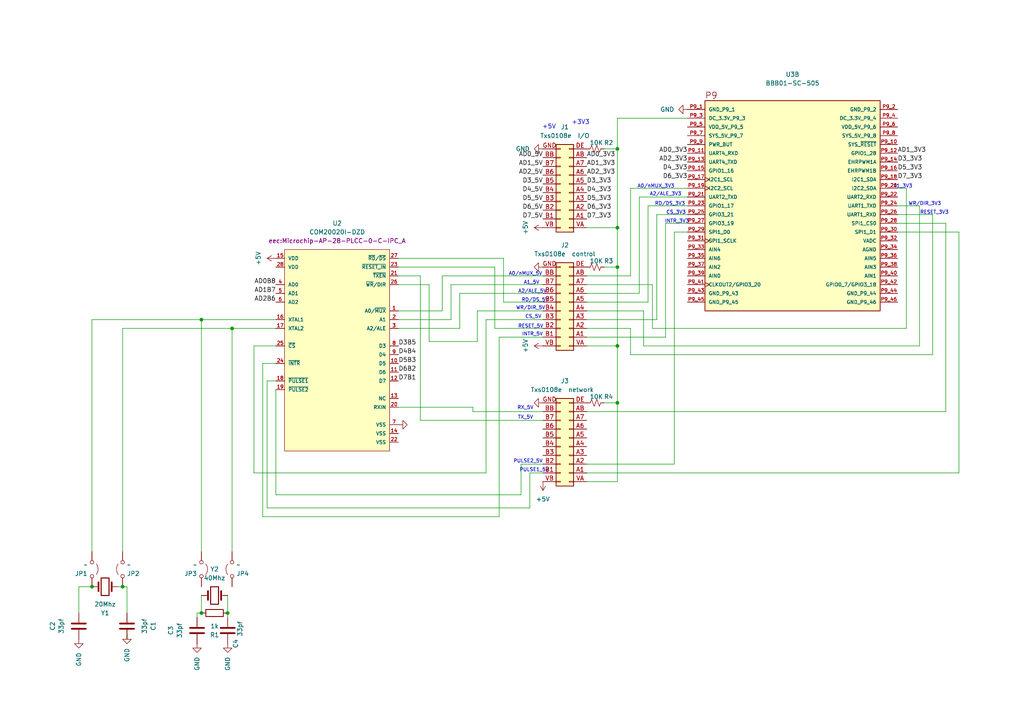
<source format=kicad_sch>
(kicad_sch (version 20250114) (generator "eeschema") (generator_version "9.0")
  (paper "A4")
  (lib_symbols
    (symbol "BBB01-SC-5016:BBB01-SC-505" (pin_names (offset 1.016))
      (property "Reference" "U" (at -20.574 33.782 0))
      (property "Value" "BBB01-SC-505" (at -20.32 -33.02 0))
      (symbol "BBB01-SC-505_1_0"
        (rectangle (start -20.32 -30.48) (end 20.32 30.48) (stroke (width 0.254)) (fill (type background)))
        (text "P8" (at -20.32 30.988 0) (effects (font (size 1.778 1.778)) (justify left bottom)))
        (pin power_in line (at -25.4 27.94 0) (length 5.08) (name "GND_P8_1") (number "P8_1"))
        (pin bidirectional line (at -25.4 25.4 0) (length 5.08) (name "GPIO1_6") (number "P8_3"))
        (pin bidirectional line (at -25.4 22.86 0) (length 5.08) (name "GPIO1_2") (number "P8_5"))
        (pin input line (at -25.4 20.32 0) (length 5.08) (name "TIMER4") (number "P8_7"))
        (pin input line (at -25.4 17.78 0) (length 5.08) (name "TIMER5") (number "P8_9"))
        (pin bidirectional line (at -25.4 15.24 0) (length 5.08) (name "GPIO1_13") (number "P8_11"))
        (pin input line (at -25.4 12.7 0) (length 5.08) (name "EHRPWM2B") (number "P8_13"))
        (pin bidirectional line (at -25.4 10.16 0) (length 5.08) (name "GPIO1_15") (number "P8_15"))
        (pin bidirectional line (at -25.4 7.62 0) (length 5.08) (name "GPIO0_27") (number "P8_17"))
        (pin input line (at -25.4 5.08 0) (length 5.08) (name "EHRPWM2A") (number "P8_19"))
        (pin bidirectional line (at -25.4 2.54 0) (length 5.08) (name "GPIO1_30") (number "P8_21"))
        (pin bidirectional line (at -25.4 0 0) (length 5.08) (name "GPIO1_4") (number "P8_23"))
        (pin bidirectional line (at -25.4 -2.54 0) (length 5.08) (name "GPIO1_0") (number "P8_25"))
        (pin bidirectional line (at -25.4 -5.08 0) (length 5.08) (name "GPIO2_22") (number "P8_27"))
        (pin bidirectional line (at -25.4 -7.62 0) (length 5.08) (name "GPIO2_23") (number "P8_29"))
        (pin input line (at -25.4 -10.16 0) (length 5.08) (name "UART5_CTSN") (number "P8_31"))
        (pin input line (at -25.4 -12.7 0) (length 5.08) (name "UART4_RTSN") (number "P8_33"))
        (pin input line (at -25.4 -15.24 0) (length 5.08) (name "UART4_CTSN") (number "P8_35"))
        (pin output line (at -25.4 -17.78 0) (length 5.08) (name "UART5_TXD") (number "P8_37"))
        (pin bidirectional line (at -25.4 -20.32 0) (length 5.08) (name "GPIO2_12") (number "P8_39"))
        (pin bidirectional line (at -25.4 -22.86 0) (length 5.08) (name "GPIO2_10") (number "P8_41"))
        (pin bidirectional line (at -25.4 -25.4 0) (length 5.08) (name "GPIO2_8") (number "P8_43"))
        (pin bidirectional line (at -25.4 -27.94 0) (length 5.08) (name "GPIO2_6") (number "P8_45"))
        (pin power_in line (at 25.4 27.94 180) (length 5.08) (name "GND_P8_2") (number "P8_2"))
        (pin bidirectional line (at 25.4 25.4 180) (length 5.08) (name "GPIO1_7") (number "P8_4"))
        (pin bidirectional line (at 25.4 22.86 180) (length 5.08) (name "GPIO1_3") (number "P8_6"))
        (pin input line (at 25.4 20.32 180) (length 5.08) (name "TIMER7") (number "P8_8"))
        (pin input line (at 25.4 17.78 180) (length 5.08) (name "TIMER6") (number "P8_10"))
        (pin bidirectional line (at 25.4 15.24 180) (length 5.08) (name "GPIO1_12") (number "P8_12"))
        (pin bidirectional line (at 25.4 12.7 180) (length 5.08) (name "GPIO0_26") (number "P8_14"))
        (pin bidirectional line (at 25.4 10.16 180) (length 5.08) (name "GPIO1_14") (number "P8_16"))
        (pin bidirectional line (at 25.4 7.62 180) (length 5.08) (name "GPIO2_1") (number "P8_18"))
        (pin bidirectional line (at 25.4 5.08 180) (length 5.08) (name "GPIO1_31") (number "P8_20"))
        (pin bidirectional line (at 25.4 2.54 180) (length 5.08) (name "GPIO1_5") (number "P8_22"))
        (pin bidirectional line (at 25.4 0 180) (length 5.08) (name "GPIO1_1") (number "P8_24"))
        (pin bidirectional line (at 25.4 -2.54 180) (length 5.08) (name "GPIO1_29") (number "P8_26"))
        (pin bidirectional line (at 25.4 -5.08 180) (length 5.08) (name "GPIO2_24") (number "P8_28"))
        (pin bidirectional line (at 25.4 -7.62 180) (length 5.08) (name "GPIO2_25") (number "P8_30"))
        (pin input line (at 25.4 -10.16 180) (length 5.08) (name "UART5_RTSN") (number "P8_32"))
        (pin input line (at 25.4 -12.7 180) (length 5.08) (name "UART3_RTSN") (number "P8_34"))
        (pin input line (at 25.4 -15.24 180) (length 5.08) (name "UART3_CTSN") (number "P8_36"))
        (pin input line (at 25.4 -17.78 180) (length 5.08) (name "UART5_RXD") (number "P8_38"))
        (pin bidirectional line (at 25.4 -20.32 180) (length 5.08) (name "GPIO2_13") (number "P8_40"))
        (pin bidirectional line (at 25.4 -22.86 180) (length 5.08) (name "GPIO2_11") (number "P8_42"))
        (pin bidirectional line (at 25.4 -25.4 180) (length 5.08) (name "GPIO2_9") (number "P8_44"))
        (pin bidirectional line (at 25.4 -27.94 180) (length 5.08) (name "GPIO2_7") (number "P8_46"))
      )
      (symbol "BBB01-SC-505_2_0"
        (rectangle (start -25.4 -30.48) (end 25.4 30.48) (stroke (width 0.254)) (fill (type background)))
        (text "P9" (at -25.4 30.988 0) (effects (font (size 1.778 1.778)) (justify left bottom)))
        (pin power_in line (at -30.48 27.94 0) (length 5.08) (name "GND_P9_1") (number "P9_1"))
        (pin power_in line (at -30.48 25.4 0) (length 5.08) (name "DC_3.3V_P9_3") (number "P9_3"))
        (pin power_in line (at -30.48 22.86 0) (length 5.08) (name "VDD_5V_P9_5") (number "P9_5"))
        (pin power_in line (at -30.48 20.32 0) (length 5.08) (name "SYS_5V_P9_7") (number "P9_7"))
        (pin input line (at -30.48 17.78 0) (length 5.08) (name "PWR_BUT") (number "P9_9"))
        (pin output line (at -30.48 15.24 0) (length 5.08) (name "UART4_RXD") (number "P9_11"))
        (pin input line (at -30.48 12.7 0) (length 5.08) (name "UART4_TXD") (number "P9_13"))
        (pin bidirectional line (at -30.48 10.16 0) (length 5.08) (name "GPIO1_16") (number "P9_15"))
        (pin input clock (at -30.48 7.62 0) (length 5.08) (name "I2C1_SCL") (number "P9_17"))
        (pin input clock (at -30.48 5.08 0) (length 5.08) (name "I2C2_SCL") (number "P9_19"))
        (pin output line (at -30.48 2.54 0) (length 5.08) (name "UART2_TXD") (number "P9_21"))
        (pin bidirectional line (at -30.48 0 0) (length 5.08) (name "GPIO1_17") (number "P9_23"))
        (pin bidirectional line (at -30.48 -2.54 0) (length 5.08) (name "GPIO3_21") (number "P9_25"))
        (pin bidirectional line (at -30.48 -5.08 0) (length 5.08) (name "GPIO3_19") (number "P9_27"))
        (pin input line (at -30.48 -7.62 0) (length 5.08) (name "SPI1_D0") (number "P9_29"))
        (pin input clock (at -30.48 -10.16 0) (length 5.08) (name "SPI1_SCLK") (number "P9_31"))
        (pin input line (at -30.48 -12.7 0) (length 5.08) (name "AIN4") (number "P9_33"))
        (pin input line (at -30.48 -15.24 0) (length 5.08) (name "AIN6") (number "P9_35"))
        (pin input line (at -30.48 -17.78 0) (length 5.08) (name "AIN2") (number "P9_37"))
        (pin input line (at -30.48 -20.32 0) (length 5.08) (name "AIN0") (number "P9_39"))
        (pin output clock (at -30.48 -22.86 0) (length 5.08) (name "CLKOUT2/GPIO3_20") (number "P9_41"))
        (pin power_in line (at -30.48 -25.4 0) (length 5.08) (name "GND_P9_43") (number "P9_43"))
        (pin power_in line (at -30.48 -27.94 0) (length 5.08) (name "GND_P9_45") (number "P9_45"))
        (pin power_in line (at 30.48 27.94 180) (length 5.08) (name "GND_P9_2") (number "P9_2"))
        (pin power_in line (at 30.48 25.4 180) (length 5.08) (name "DC_3.3V_P9_4") (number "P9_4"))
        (pin power_in line (at 30.48 22.86 180) (length 5.08) (name "VDD_5V_P9_6") (number "P9_6"))
        (pin power_in line (at 30.48 20.32 180) (length 5.08) (name "SYS_5V_P9_8") (number "P9_8"))
        (pin input line (at 30.48 17.78 180) (length 5.08) (name "SYS_~{RESET}") (number "P9_10"))
        (pin bidirectional line (at 30.48 15.24 180) (length 5.08) (name "GPIO1_28") (number "P9_12"))
        (pin input line (at 30.48 12.7 180) (length 5.08) (name "EHRPWM1A") (number "P9_14"))
        (pin input line (at 30.48 10.16 180) (length 5.08) (name "EHRPWM1B") (number "P9_16"))
        (pin bidirectional line (at 30.48 7.62 180) (length 5.08) (name "I2C1_SDA") (number "P9_18"))
        (pin bidirectional line (at 30.48 5.08 180) (length 5.08) (name "I2C2_SDA") (number "P9_20"))
        (pin input line (at 30.48 2.54 180) (length 5.08) (name "UART2_RXD") (number "P9_22"))
        (pin output line (at 30.48 0 180) (length 5.08) (name "UART1_TXD") (number "P9_24"))
        (pin input line (at 30.48 -2.54 180) (length 5.08) (name "UART1_RXD") (number "P9_26"))
        (pin input line (at 30.48 -5.08 180) (length 5.08) (name "SPI1_CS0") (number "P9_28"))
        (pin input line (at 30.48 -7.62 180) (length 5.08) (name "SPI1_D1") (number "P9_30"))
        (pin power_in line (at 30.48 -10.16 180) (length 5.08) (name "VADC") (number "P9_32"))
        (pin power_in line (at 30.48 -12.7 180) (length 5.08) (name "AGND") (number "P9_34"))
        (pin input line (at 30.48 -15.24 180) (length 5.08) (name "AIN5") (number "P9_36"))
        (pin input line (at 30.48 -17.78 180) (length 5.08) (name "AIN3") (number "P9_38"))
        (pin input line (at 30.48 -20.32 180) (length 5.08) (name "AIN1") (number "P9_40"))
        (pin bidirectional line (at 30.48 -22.86 180) (length 5.08) (name "GPIO0_7/GPIO3_18") (number "P9_42"))
        (pin power_in line (at 30.48 -25.4 180) (length 5.08) (name "GND_P9_44") (number "P9_44"))
        (pin power_in line (at 30.48 -27.94 180) (length 5.08) (name "GND_P9_46") (number "P9_46"))
      )
      (symbol "BBB01-SC-505_3_0"
        (rectangle (start -5.08 -10.16) (end 5.08 7.62) (stroke (width 0.254)) (fill (type background)))
        (text "J1" (at -5.08 8.128 0) (effects (font (size 1.778 1.778)) (justify left bottom)))
        (pin power_in line (at -10.16 5.08 0) (length 5.08) (name "GND_1") (number "J1_1"))
        (pin no_connect line (at -10.16 2.54 0) (length 5.08) (name "2") (number "J1_2"))
        (pin no_connect line (at -10.16 0 0) (length 5.08) (name "3") (number "J1_3"))
        (pin input line (at -10.16 -2.54 0) (length 5.08) (name "RX_4") (number "J1_4"))
        (pin output line (at -10.16 -5.08 0) (length 5.08) (name "TX_5") (number "J1_5"))
        (pin no_connect line (at -10.16 -7.62 0) (length 5.08) (name "6") (number "J1_6"))
      )
    )
    (symbol "COM20020I-DZD_1" (pin_names (offset 1.016))
      (property "Reference" "U1" (at 20.32 7.62 0))
      (property "Value" "COM20020I-DZD" (at 20.32 5.08 0))
      (property "Footprint" "eec:Microchip-AP-28-PLCC-0-C-IPC_A" (at 0 10.16 0))
      (symbol "COM20020I-DZD_1_1_1"
        (rectangle (start 5.08 2.54) (end 35.56 -55.88) (fill (type background)))
        (pin power_in line (at 2.54 0 0) (length 2.54) (name "VDD") (number "15"))
        (pin power_in line (at 2.54 -2.54 0) (length 2.54) (name "VDD") (number "28"))
        (pin bidirectional line (at 2.54 -7.62 0) (length 2.54) (name "AD0") (number "4"))
        (pin bidirectional line (at 2.54 -10.16 0) (length 2.54) (name "AD1") (number "5"))
        (pin bidirectional line (at 2.54 -12.7 0) (length 2.54) (name "AD2") (number "6"))
        (pin passive line (at 2.54 -17.78 0) (length 2.54) (name "XTAL1") (number "16"))
        (pin passive line (at 2.54 -20.32 0) (length 2.54) (name "XTAL2") (number "17"))
        (pin input line (at 2.54 -25.4 0) (length 2.54) (name "~{CS}") (number "25"))
        (pin input line (at 2.54 -30.48 0) (length 2.54) (name "~{INTR}") (number "24"))
        (pin input line (at 2.54 -35.56 0) (length 2.54) (name "~{PULSE1}") (number "18"))
        (pin input line (at 2.54 -38.1 0) (length 2.54) (name "~{PULSE2}") (number "19"))
        (pin input line (at 38.1 0 180) (length 2.54) (name "~{RD}/~{DS}") (number "27"))
        (pin input line (at 38.1 -2.54 180) (length 2.54) (name "~{RESET_IN}") (number "23"))
        (pin input line (at 38.1 -5.08 180) (length 2.54) (name "~{TXEN}") (number "21"))
        (pin input line (at 38.1 -7.62 180) (length 2.54) (name "~{WR}/DIR") (number "26"))
        (pin input line (at 38.1 -15.24 180) (length 2.54) (name "A0/~{MUX}") (number "1"))
        (pin input line (at 38.1 -17.78 180) (length 2.54) (name "A1") (number "2"))
        (pin input line (at 38.1 -20.32 180) (length 2.54) (name "A2/ALE") (number "3"))
        (pin bidirectional line (at 38.1 -25.4 180) (length 2.54) (name "D3") (number "8"))
        (pin bidirectional line (at 38.1 -27.94 180) (length 2.54) (name "D4") (number "9"))
        (pin bidirectional line (at 38.1 -30.48 180) (length 2.54) (name "D5") (number "10"))
        (pin bidirectional line (at 38.1 -33.02 180) (length 2.54) (name "D6") (number "11"))
        (pin bidirectional line (at 38.1 -35.56 180) (length 2.54) (name "D7") (number "12"))
        (pin passive line (at 38.1 -40.64 180) (length 2.54) (name "NC") (number "13"))
        (pin input line (at 38.1 -43.18 180) (length 2.54) (name "RXIN") (number "20"))
        (pin power_in line (at 38.1 -48.26 180) (length 2.54) (name "VSS") (number "7"))
        (pin power_in line (at 38.1 -50.8 180) (length 2.54) (name "VSS") (number "14"))
        (pin power_in line (at 38.1 -53.34 180) (length 2.54) (name "VSS") (number "22"))
      )
    )
    (symbol "Connector:Conn_01x23_Socket" (pin_names (offset 1.016) (hide yes))
      (property "Reference" "J" (at 0 30.48 0))
      (property "Value" "Conn_01x23_Socket" (at 0 -30.48 0))
      (symbol "Conn_01x23_Socket_1_1"
        (polyline (pts (xy -1.27 27.94) (xy -0.508 27.94)) (stroke (width 0.1524)))
        (polyline (pts (xy -1.27 25.4) (xy -0.508 25.4)) (stroke (width 0.1524)))
        (polyline (pts (xy -1.27 22.86) (xy -0.508 22.86)) (stroke (width 0.1524)))
        (polyline (pts (xy -1.27 20.32) (xy -0.508 20.32)) (stroke (width 0.1524)))
        (polyline (pts (xy -1.27 17.78) (xy -0.508 17.78)) (stroke (width 0.1524)))
        (polyline (pts (xy -1.27 15.24) (xy -0.508 15.24)) (stroke (width 0.1524)))
        (polyline (pts (xy -1.27 12.7) (xy -0.508 12.7)) (stroke (width 0.1524)))
        (polyline (pts (xy -1.27 10.16) (xy -0.508 10.16)) (stroke (width 0.1524)))
        (polyline (pts (xy -1.27 7.62) (xy -0.508 7.62)) (stroke (width 0.1524)))
        (polyline (pts (xy -1.27 5.08) (xy -0.508 5.08)) (stroke (width 0.1524)))
        (polyline (pts (xy -1.27 2.54) (xy -0.508 2.54)) (stroke (width 0.1524)))
        (polyline (pts (xy -1.27 0) (xy -0.508 0)) (stroke (width 0.1524)))
        (polyline (pts (xy -1.27 -2.54) (xy -0.508 -2.54)) (stroke (width 0.1524)))
        (polyline (pts (xy -1.27 -5.08) (xy -0.508 -5.08)) (stroke (width 0.1524)))
        (polyline (pts (xy -1.27 -7.62) (xy -0.508 -7.62)) (stroke (width 0.1524)))
        (polyline (pts (xy -1.27 -10.16) (xy -0.508 -10.16)) (stroke (width 0.1524)))
        (polyline (pts (xy -1.27 -12.7) (xy -0.508 -12.7)) (stroke (width 0.1524)))
        (polyline (pts (xy -1.27 -15.24) (xy -0.508 -15.24)) (stroke (width 0.1524)))
        (polyline (pts (xy -1.27 -17.78) (xy -0.508 -17.78)) (stroke (width 0.1524)))
        (polyline (pts (xy -1.27 -20.32) (xy -0.508 -20.32)) (stroke (width 0.1524)))
        (polyline (pts (xy -1.27 -22.86) (xy -0.508 -22.86)) (stroke (width 0.1524)))
        (polyline (pts (xy -1.27 -25.4) (xy -0.508 -25.4)) (stroke (width 0.1524)))
        (polyline (pts (xy -1.27 -27.94) (xy -0.508 -27.94)) (stroke (width 0.1524)))
        (arc (start 0 27.432) (mid -0.5058 27.94) (end 0 28.448) (stroke (width 0.1524)))
        (arc (start 0 24.892) (mid -0.5058 25.4) (end 0 25.908) (stroke (width 0.1524)))
        (arc (start 0 22.352) (mid -0.5058 22.86) (end 0 23.368) (stroke (width 0.1524)))
        (arc (start 0 19.812) (mid -0.5058 20.32) (end 0 20.828) (stroke (width 0.1524)))
        (arc (start 0 17.272) (mid -0.5058 17.78) (end 0 18.288) (stroke (width 0.1524)))
        (arc (start 0 14.732) (mid -0.5058 15.24) (end 0 15.748) (stroke (width 0.1524)))
        (arc (start 0 12.192) (mid -0.5058 12.7) (end 0 13.208) (stroke (width 0.1524)))
        (arc (start 0 9.652) (mid -0.5058 10.16) (end 0 10.668) (stroke (width 0.1524)))
        (arc (start 0 7.112) (mid -0.5058 7.62) (end 0 8.128) (stroke (width 0.1524)))
        (arc (start 0 4.572) (mid -0.5058 5.08) (end 0 5.588) (stroke (width 0.1524)))
        (arc (start 0 2.032) (mid -0.5058 2.54) (end 0 3.048) (stroke (width 0.1524)))
        (arc (start 0 -0.508) (mid -0.5058 0) (end 0 0.508) (stroke (width 0.1524)))
        (arc (start 0 -3.048) (mid -0.5058 -2.54) (end 0 -2.032) (stroke (width 0.1524)))
        (arc (start 0 -5.588) (mid -0.5058 -5.08) (end 0 -4.572) (stroke (width 0.1524)))
        (arc (start 0 -8.128) (mid -0.5058 -7.62) (end 0 -7.112) (stroke (width 0.1524)))
        (arc (start 0 -10.668) (mid -0.5058 -10.16) (end 0 -9.652) (stroke (width 0.1524)))
        (arc (start 0 -13.208) (mid -0.5058 -12.7) (end 0 -12.192) (stroke (width 0.1524)))
        (arc (start 0 -15.748) (mid -0.5058 -15.24) (end 0 -14.732) (stroke (width 0.1524)))
        (arc (start 0 -18.288) (mid -0.5058 -17.78) (end 0 -17.272) (stroke (width 0.1524)))
        (arc (start 0 -20.828) (mid -0.5058 -20.32) (end 0 -19.812) (stroke (width 0.1524)))
        (arc (start 0 -23.368) (mid -0.5058 -22.86) (end 0 -22.352) (stroke (width 0.1524)))
        (arc (start 0 -25.908) (mid -0.5058 -25.4) (end 0 -24.892) (stroke (width 0.1524)))
        (arc (start 0 -28.448) (mid -0.5058 -27.94) (end 0 -27.432) (stroke (width 0.1524)))
        (pin passive line (at -5.08 27.94 0) (length 3.81) (name "Pin_1") (number "1"))
        (pin passive line (at -5.08 25.4 0) (length 3.81) (name "Pin_2") (number "2"))
        (pin passive line (at -5.08 22.86 0) (length 3.81) (name "Pin_3") (number "3"))
        (pin passive line (at -5.08 20.32 0) (length 3.81) (name "Pin_4") (number "4"))
        (pin passive line (at -5.08 17.78 0) (length 3.81) (name "Pin_5") (number "5"))
        (pin passive line (at -5.08 15.24 0) (length 3.81) (name "Pin_6") (number "6"))
        (pin passive line (at -5.08 12.7 0) (length 3.81) (name "Pin_7") (number "7"))
        (pin passive line (at -5.08 10.16 0) (length 3.81) (name "Pin_8") (number "8"))
        (pin passive line (at -5.08 7.62 0) (length 3.81) (name "Pin_9") (number "9"))
        (pin passive line (at -5.08 5.08 0) (length 3.81) (name "Pin_10") (number "10"))
        (pin passive line (at -5.08 2.54 0) (length 3.81) (name "Pin_11") (number "11"))
        (pin passive line (at -5.08 0 0) (length 3.81) (name "Pin_12") (number "12"))
        (pin passive line (at -5.08 -2.54 0) (length 3.81) (name "Pin_13") (number "13"))
        (pin passive line (at -5.08 -5.08 0) (length 3.81) (name "Pin_14") (number "14"))
        (pin passive line (at -5.08 -7.62 0) (length 3.81) (name "Pin_15") (number "15"))
        (pin passive line (at -5.08 -10.16 0) (length 3.81) (name "Pin_16") (number "16"))
        (pin passive line (at -5.08 -12.7 0) (length 3.81) (name "Pin_17") (number "17"))
        (pin passive line (at -5.08 -15.24 0) (length 3.81) (name "Pin_18") (number "18"))
        (pin passive line (at -5.08 -17.78 0) (length 3.81) (name "Pin_19") (number "19"))
        (pin passive line (at -5.08 -20.32 0) (length 3.81) (name "Pin_20") (number "20"))
        (pin passive line (at -5.08 -22.86 0) (length 3.81) (name "Pin_21") (number "21"))
        (pin passive line (at -5.08 -25.4 0) (length 3.81) (name "Pin_22") (number "22"))
        (pin passive line (at -5.08 -27.94 0) (length 3.81) (name "Pin_23") (number "23"))
      )
    )
    (symbol "Connector_Generic_MountingPin:Conn_02x10_Counter_Clockwise_MountingPin" (pin_names (offset 1.016) (hide yes))
      (property "Reference" "J1" (at 1.27 16.51 0))
      (property "Value" "Módulo Conversor De Nivel Lógico 8 Canais Txs0108e I2c" (at 1.27 13.97 0))
      (symbol "Conn_02x10_Counter_Clockwise_MountingPin_1_1"
        (rectangle (start -1.27 11.43) (end 3.81 -13.97) (stroke (width 0.254)) (fill (type background)))
        (rectangle (start -1.27 10.287) (end 0 10.033) (stroke (width 0.1524)))
        (rectangle (start -1.27 7.747) (end 0 7.493) (stroke (width 0.1524)))
        (rectangle (start -1.27 5.207) (end 0 4.953) (stroke (width 0.1524)))
        (rectangle (start -1.27 2.667) (end 0 2.413) (stroke (width 0.1524)))
        (rectangle (start -1.27 0.127) (end 0 -0.127) (stroke (width 0.1524)))
        (rectangle (start -1.27 -2.413) (end 0 -2.667) (stroke (width 0.1524)))
        (rectangle (start -1.27 -4.953) (end 0 -5.207) (stroke (width 0.1524)))
        (rectangle (start -1.27 -7.493) (end 0 -7.747) (stroke (width 0.1524)))
        (rectangle (start -1.27 -10.033) (end 0 -10.287) (stroke (width 0.1524)))
        (rectangle (start -1.27 -12.573) (end 0 -12.827) (stroke (width 0.1524)))
        (rectangle (start 3.81 10.287) (end 2.54 10.033) (stroke (width 0.1524)))
        (rectangle (start 3.81 7.747) (end 2.54 7.493) (stroke (width 0.1524)))
        (rectangle (start 3.81 5.207) (end 2.54 4.953) (stroke (width 0.1524)))
        (rectangle (start 3.81 2.667) (end 2.54 2.413) (stroke (width 0.1524)))
        (rectangle (start 3.81 0.127) (end 2.54 -0.127) (stroke (width 0.1524)))
        (rectangle (start 3.81 -2.413) (end 2.54 -2.667) (stroke (width 0.1524)))
        (rectangle (start 3.81 -4.953) (end 2.54 -5.207) (stroke (width 0.1524)))
        (rectangle (start 3.81 -7.493) (end 2.54 -7.747) (stroke (width 0.1524)))
        (rectangle (start 3.81 -10.033) (end 2.54 -10.287) (stroke (width 0.1524)))
        (rectangle (start 3.81 -12.573) (end 2.54 -12.827) (stroke (width 0.1524)))
        (pin bidirectional line (at -5.08 10.16 0) (length 3.81) (name "Pin_1") (number "GND"))
        (pin bidirectional line (at -5.08 7.62 0) (length 3.81) (name "Pin_2") (number "BB"))
        (pin bidirectional line (at -5.08 5.08 0) (length 3.81) (name "Pin_3") (number "B7"))
        (pin bidirectional line (at -5.08 2.54 0) (length 3.81) (name "Pin_4") (number "B6"))
        (pin bidirectional line (at -5.08 0 0) (length 3.81) (name "Pin_5") (number "B5"))
        (pin bidirectional line (at -5.08 -2.54 0) (length 3.81) (name "Pin_6") (number "B4"))
        (pin bidirectional line (at -5.08 -5.08 0) (length 3.81) (name "BPin_7") (number "B3"))
        (pin bidirectional line (at -5.08 -7.62 0) (length 3.81) (name "Pin_8") (number "B2"))
        (pin bidirectional line (at -5.08 -10.16 0) (length 3.81) (name "Pin_9") (number "B1"))
        (pin bidirectional line (at -5.08 -12.7 0) (length 3.81) (name "Pin_10") (number "VB"))
        (pin bidirectional line (at 7.62 10.16 180) (length 3.81) (name "Pin_20") (number "DE"))
        (pin bidirectional line (at 7.62 7.62 180) (length 3.81) (name "Pin_19") (number "AB"))
        (pin bidirectional line (at 7.62 5.08 180) (length 3.81) (name "Pin_18") (number "A7"))
        (pin bidirectional line (at 7.62 2.54 180) (length 3.81) (name "Pin_17") (number "A6"))
        (pin bidirectional line (at 7.62 0 180) (length 3.81) (name "Pin_16") (number "A5"))
        (pin bidirectional line (at 7.62 -2.54 180) (length 3.81) (name "Pin_15") (number "A4"))
        (pin bidirectional line (at 7.62 -5.08 180) (length 3.81) (name "Pin_14") (number "A3"))
        (pin bidirectional line (at 7.62 -7.62 180) (length 3.81) (name "Pin_13") (number "A2"))
        (pin bidirectional line (at 7.62 -10.16 180) (length 3.81) (name "APin_12") (number "A1"))
        (pin bidirectional line (at 7.62 -12.7 180) (length 3.81) (name "Pin_11") (number "VA"))
      )
    )
    (symbol "Device:C" (pin_numbers (hide yes)) (pin_names (offset 0.254))
      (property "Reference" "C" (at 0.635 2.54 0))
      (property "Value" "C" (at 0.635 -2.54 0))
      (symbol "C_0_1"
        (polyline (pts (xy -2.032 0.762) (xy 2.032 0.762)) (stroke (width 0.508)))
        (polyline (pts (xy -2.032 -0.762) (xy 2.032 -0.762)) (stroke (width 0.508)))
      )
      (symbol "C_1_1"
        (pin passive line (at 0 3.81 270) (length 2.794) (name "~") (number "1"))
        (pin passive line (at 0 -3.81 90) (length 2.794) (name "~") (number "2"))
      )
    )
    (symbol "Device:Crystal" (pin_numbers (hide yes)) (pin_names (offset 1.016) (hide yes))
      (property "Reference" "Y" (at 0 3.81 0))
      (property "Value" "Crystal" (at 0 -3.81 0))
      (symbol "Crystal_0_1"
        (polyline (pts (xy -2.54 0) (xy -1.905 0)))
        (polyline (pts (xy -1.905 -1.27) (xy -1.905 1.27)) (stroke (width 0.508)))
        (rectangle (start -1.143 2.54) (end 1.143 -2.54) (stroke (width 0.3048)))
        (polyline (pts (xy 1.905 -1.27) (xy 1.905 1.27)) (stroke (width 0.508)))
        (polyline (pts (xy 2.54 0) (xy 1.905 0)))
      )
      (symbol "Crystal_1_1"
        (pin passive line (at -3.81 0 0) (length 1.27) (name "1") (number "1"))
        (pin passive line (at 3.81 0 180) (length 1.27) (name "2") (number "2"))
      )
    )
    (symbol "Device:R" (pin_numbers (hide yes)) (pin_names (offset 0))
      (property "Reference" "R" (at 2.032 0 90))
      (property "Value" "R" (at 0 0 90))
      (symbol "R_0_1"
        (rectangle (start -1.016 -2.54) (end 1.016 2.54) (stroke (width 0.254)))
      )
      (symbol "R_1_1"
        (pin passive line (at 0 3.81 270) (length 1.27) (name "~") (number "1"))
        (pin passive line (at 0 -3.81 90) (length 1.27) (name "~") (number "2"))
      )
    )
    (symbol "Device:R_Small_US" (pin_numbers (hide yes)) (pin_names (offset 0.254) (hide yes))
      (property "Reference" "R" (at 0.762 0.508 0))
      (property "Value" "R_Small_US" (at 0.762 -1.016 0))
      (symbol "R_Small_US_1_1"
        (polyline (pts (xy 0 1.524) (xy 1.016 1.143) (xy 0 0.762) (xy -1.016 0.381) (xy 0 0)))
        (polyline (pts (xy 0 0) (xy 1.016 -0.381) (xy 0 -0.762) (xy -1.016 -1.143) (xy 0 -1.524)))
        (pin passive line (at 0 2.54 270) (length 1.016) (name "~") (number "1"))
        (pin passive line (at 0 -2.54 90) (length 1.016) (name "~") (number "2"))
      )
    )
    (symbol "Jumper:Jumper_2_Open" (pin_numbers (hide yes)) (pin_names (offset 0) (hide yes))
      (property "Reference" "JP" (at 0 2.794 0))
      (property "Value" "Jumper_2_Open" (at 0 -2.286 0))
      (symbol "Jumper_2_Open_0_0"
        (circle (center -2.032 0) (radius 0.508))
        (circle (center 2.032 0) (radius 0.508))
      )
      (symbol "Jumper_2_Open_0_1"
        (arc (start -1.524 1.27) (mid 0 1.778) (end 1.524 1.27))
      )
      (symbol "Jumper_2_Open_1_1"
        (pin passive line (at -5.08 0 0) (length 2.54) (name "A") (number "1"))
        (pin passive line (at 5.08 0 180) (length 2.54) (name "B") (number "2"))
      )
    )
    (symbol "TXS0108EPWR:TXS0108EPWR" (pin_names (offset 1.016))
      (property "Reference" "U" (at -12.7 23.86 0))
      (property "Value" "TXS0108EPWR" (at -12.7 -26.86 0))
      (symbol "TXS0108EPWR_0_0"
        (rectangle (start -12.7 -22.86) (end 12.7 22.86) (stroke (width 0.41)) (fill (type background)))
        (pin input line (at -17.78 12.7 0) (length 5.08) (name "OE") (number "10"))
        (pin bidirectional line (at -17.78 7.62 0) (length 5.08) (name "A1") (number "1"))
        (pin bidirectional line (at -17.78 5.08 0) (length 5.08) (name "A2") (number "3"))
        (pin bidirectional line (at -17.78 2.54 0) (length 5.08) (name "A3") (number "4"))
        (pin bidirectional line (at -17.78 0 0) (length 5.08) (name "A4") (number "5"))
        (pin bidirectional line (at -17.78 -5.08 0) (length 5.08) (name "B1") (number "20"))
        (pin bidirectional line (at -17.78 -7.62 0) (length 5.08) (name "B2") (number "18"))
        (pin bidirectional line (at -17.78 -10.16 0) (length 5.08) (name "B3") (number "17"))
        (pin bidirectional line (at -17.78 -12.7 0) (length 5.08) (name "B4") (number "16"))
        (pin power_in line (at 17.78 20.32 180) (length 5.08) (name "VCCA") (number "2"))
        (pin power_in line (at 17.78 17.78 180) (length 5.08) (name "VCCB") (number "19"))
        (pin bidirectional line (at 17.78 7.62 180) (length 5.08) (name "A5") (number "6"))
        (pin bidirectional line (at 17.78 5.08 180) (length 5.08) (name "A6") (number "7"))
        (pin bidirectional line (at 17.78 2.54 180) (length 5.08) (name "A7") (number "8"))
        (pin bidirectional line (at 17.78 0 180) (length 5.08) (name "A8") (number "9"))
        (pin bidirectional line (at 17.78 -5.08 180) (length 5.08) (name "B5") (number "15"))
        (pin bidirectional line (at 17.78 -7.62 180) (length 5.08) (name "B6") (number "14"))
        (pin bidirectional line (at 17.78 -10.16 180) (length 5.08) (name "B7") (number "13"))
        (pin bidirectional line (at 17.78 -12.7 180) (length 5.08) (name "B8") (number "12"))
        (pin power_in line (at 17.78 -17.78 180) (length 5.08) (name "GND") (number "11"))
      )
    )
    (symbol "power:+5V" (power) (pin_numbers (hide yes)) (pin_names (offset 0) (hide yes))
      (property "Value" "+5V" (at 0 3.556 0))
      (symbol "+5V_0_1"
        (polyline (pts (xy -0.762 1.27) (xy 0 2.54)))
        (polyline (pts (xy 0 2.54) (xy 0.762 1.27)))
        (polyline (pts (xy 0 0) (xy 0 2.54)))
      )
      (symbol "+5V_1_1"
        (pin power_in line (at 0 0 90) (length 0) (name "~") (number "1"))
      )
    )
    (symbol "power:GND" (power) (pin_numbers (hide yes)) (pin_names (offset 0) (hide yes))
      (property "Value" "GND" (at 0 -3.81 0))
      (symbol "GND_0_1"
        (polyline (pts (xy 0 0) (xy 0 -1.27) (xy 1.27 -1.27) (xy 0 -2.54) (xy -1.27 -1.27) (xy 0 -1.27)))
      )
      (symbol "GND_1_1"
        (pin power_in line (at 0 0 270) (length 0) (name "~") (number "1"))
      )
    )
  )
  (text "RESET_5V" (at 153.924 94.742 0) (effects (font (size 1.016 1.016))))
  (text "+3V3\n\n" (at 168.402 36.576 0) (effects (font (size 1.27 1.27))))
  (text "RD/DS_5V" (at 155.194 87.122 0) (effects (font (size 1.016 1.016))))
  (text "A1_5V\n" (at 154.178 82.042 0) (effects (font (size 1.016 1.016))))
  (text "CS_5V\n" (at 154.686 91.948 0) (effects (font (size 1.016 1.016))))
  (text "RESET_3V3" (at 271.018 61.722 0) (effects (font (size 1.016 1.016))))
  (text "A2/ALE_5V" (at 154.432 84.582 0) (effects (font (size 1.016 1.016))))
  (text "A1_3V3" (at 261.874 54.102 0) (effects (font (size 1.016 1.016))))
  (text "A2/ALE_3V3" (at 193.04 56.388 0) (effects (font (size 1.016 1.016))))
  (text "RX_5V" (at 152.4 118.364 0) (effects (font (size 1.016 1.016))))
  (text "PULSE1_5V\n" (at 154.94 136.398 0) (effects (font (size 1.016 1.016))))
  (text "INTR_3V3" (at 196.342 64.262 0) (effects (font (size 1.016 1.016))))
  (text "RD/DS_3V3" (at 194.31 59.182 0) (effects (font (size 1.016 1.016))))
  (text "TX_5V" (at 152.4 121.158 0) (effects (font (size 1.016 1.016))))
  (text "INTR_5V" (at 154.432 97.028 0) (effects (font (size 1.016 1.016))))
  (text "A0/nMUX_5V\n" (at 152.4 79.502 0) (effects (font (size 1.016 1.016))))
  (text "A0/nMUX_3V3" (at 190.246 54.102 0) (effects (font (size 1.016 1.016))))
  (text "+5V\n" (at 159.258 36.83 0) (effects (font (size 1.27 1.27))))
  (text "WR/DIR_5V\n" (at 153.924 89.408 0) (effects (font (size 1.016 1.016))))
  (text "CS_3V3\n" (at 196.088 61.722 0) (effects (font (size 1.016 1.016))))
  (text "PULSE2_5V" (at 153.162 133.858 0) (effects (font (size 1.016 1.016))))
  (text "WR/DIR_3V3\n" (at 268.224 59.182 0) (effects (font (size 1.016 1.016))))
  (junction (at 67.31 95.25))
  (junction (at 179.07 43.18))
  (junction (at 179.07 66.04))
  (junction (at 66.04 177.8))
  (junction (at 179.07 100.33))
  (junction (at 26.67 170.18))
  (junction (at 179.07 116.84))
  (junction (at 58.42 177.8))
  (junction (at 179.07 77.47))
  (junction (at 58.42 92.71))
  (junction (at 35.56 170.18))
  (wire (pts (xy 170.18 90.17) (xy 186.69 90.17)))
  (wire (pts (xy 172.72 363.22) (xy 198.12 363.22)))
  (wire (pts (xy 195.58 67.31) (xy 199.39 67.31)))
  (wire (pts (xy 124.46 82.55) (xy 124.46 99.06)))
  (wire (pts (xy 170.18 137.16) (xy 278.13 137.16)))
  (wire (pts (xy 140.97 92.71) (xy 157.48 92.71)))
  (wire (pts (xy 170.18 82.55) (xy 189.23 82.55)))
  (wire (pts (xy 57.15 177.8) (xy 58.42 177.8)))
  (wire (pts (xy 274.32 119.38) (xy 274.32 64.77)))
  (wire (pts (xy 198.12 363.22) (xy 198.12 373.38)))
  (wire (pts (xy 266.7 100.33) (xy 266.7 59.69)))
  (wire (pts (xy 143.51 77.47) (xy 143.51 95.25)))
  (wire (pts (xy 26.67 92.71) (xy 58.42 92.71)))
  (wire (pts (xy 170.18 134.62) (xy 195.58 134.62)))
  (wire (pts (xy 35.56 95.25) (xy 67.31 95.25)))
  (wire (pts (xy 185.42 57.15) (xy 199.39 57.15)))
  (wire (pts (xy 146.05 74.93) (xy 146.05 87.63)))
  (wire (pts (xy 193.04 64.77) (xy 199.39 64.77)))
  (wire (pts (xy 182.88 102.87) (xy 270.51 102.87)))
  (wire (pts (xy 179.07 34.29) (xy 179.07 43.18)))
  (wire (pts (xy 270.51 62.23) (xy 260.35 62.23)))
  (wire (pts (xy 35.56 170.18) (xy 34.29 170.18)))
  (wire (pts (xy 170.18 92.71) (xy 190.5 92.71)))
  (wire (pts (xy 151.13 134.62) (xy 157.48 134.62)))
  (wire (pts (xy 22.86 170.18) (xy 26.67 170.18)))
  (wire (pts (xy 130.81 92.71) (xy 130.81 82.55)))
  (wire (pts (xy 80.01 105.41) (xy 76.2 105.41)))
  (wire (pts (xy 187.96 59.69) (xy 199.39 59.69)))
  (wire (pts (xy 76.2 149.86) (xy 144.78 149.86)))
  (wire (pts (xy 80.01 143.51) (xy 151.13 143.51)))
  (wire (pts (xy 185.42 85.09) (xy 185.42 57.15)))
  (wire (pts (xy 115.57 90.17) (xy 128.27 90.17)))
  (wire (pts (xy 179.07 139.7) (xy 179.07 116.84)))
  (wire (pts (xy 124.46 99.06) (xy 138.43 99.06)))
  (wire (pts (xy 182.88 80.01) (xy 182.88 54.61)))
  (wire (pts (xy 133.35 95.25) (xy 133.35 85.09)))
  (wire (pts (xy 262.89 54.61) (xy 260.35 54.61)))
  (wire (pts (xy 198.12 373.38) (xy 208.28 373.38)))
  (wire (pts (xy 115.57 74.93) (xy 146.05 74.93)))
  (wire (pts (xy 170.18 97.79) (xy 193.04 97.79)))
  (wire (pts (xy 115.57 77.47) (xy 143.51 77.47)))
  (wire (pts (xy 153.67 147.32) (xy 153.67 137.16)))
  (wire (pts (xy 151.13 143.51) (xy 151.13 134.62)))
  (wire (pts (xy 175.26 43.18) (xy 179.07 43.18)))
  (wire (pts (xy 137.16 119.38) (xy 157.48 119.38)))
  (wire (pts (xy 67.31 95.25) (xy 80.01 95.25)))
  (wire (pts (xy 274.32 64.77) (xy 260.35 64.77)))
  (wire (pts (xy 138.43 99.06) (xy 138.43 90.17)))
  (wire (pts (xy 189.23 82.55) (xy 189.23 95.25)))
  (wire (pts (xy 179.07 100.33) (xy 179.07 116.84)))
  (wire (pts (xy 138.43 90.17) (xy 157.48 90.17)))
  (wire (pts (xy 128.27 90.17) (xy 128.27 80.01)))
  (wire (pts (xy 179.07 77.47) (xy 179.07 100.33)))
  (wire (pts (xy 266.7 59.69) (xy 260.35 59.69)))
  (wire (pts (xy 270.51 102.87) (xy 270.51 62.23)))
  (wire (pts (xy 186.69 100.33) (xy 266.7 100.33)))
  (wire (pts (xy 115.57 118.11) (xy 137.16 118.11)))
  (wire (pts (xy 66.04 172.72) (xy 66.04 177.8)))
  (wire (pts (xy 190.5 62.23) (xy 199.39 62.23)))
  (wire (pts (xy 77.47 110.49) (xy 77.47 147.32)))
  (wire (pts (xy 121.92 80.01) (xy 121.92 121.92)))
  (wire (pts (xy 115.57 82.55) (xy 124.46 82.55)))
  (wire (pts (xy 26.67 92.71) (xy 26.67 160.02)))
  (wire (pts (xy 22.86 177.8) (xy 22.86 170.18)))
  (wire (pts (xy 58.42 92.71) (xy 58.42 160.02)))
  (wire (pts (xy 144.78 97.79) (xy 157.48 97.79)))
  (wire (pts (xy 170.18 85.09) (xy 185.42 85.09)))
  (wire (pts (xy 57.15 179.07) (xy 57.15 177.8)))
  (wire (pts (xy 73.66 137.16) (xy 140.97 137.16)))
  (wire (pts (xy 170.18 95.25) (xy 182.88 95.25)))
  (wire (pts (xy 153.67 137.16) (xy 157.48 137.16)))
  (wire (pts (xy 190.5 92.71) (xy 190.5 62.23)))
  (wire (pts (xy 193.04 97.79) (xy 193.04 64.77)))
  (wire (pts (xy 58.42 172.72) (xy 58.42 177.8)))
  (wire (pts (xy 170.18 139.7) (xy 179.07 139.7)))
  (wire (pts (xy 186.69 90.17) (xy 186.69 100.33)))
  (wire (pts (xy 144.78 149.86) (xy 144.78 97.79)))
  (wire (pts (xy 115.57 92.71) (xy 130.81 92.71)))
  (wire (pts (xy 204.47 370.84) (xy 208.28 370.84)))
  (wire (pts (xy 80.01 110.49) (xy 77.47 110.49)))
  (wire (pts (xy 76.2 105.41) (xy 76.2 149.86)))
  (wire (pts (xy 80.01 113.03) (xy 80.01 143.51)))
  (wire (pts (xy 175.26 116.84) (xy 179.07 116.84)))
  (wire (pts (xy 187.96 87.63) (xy 187.96 59.69)))
  (wire (pts (xy 35.56 95.25) (xy 35.56 160.02)))
  (wire (pts (xy 140.97 137.16) (xy 140.97 92.71)))
  (wire (pts (xy 170.18 80.01) (xy 182.88 80.01)))
  (wire (pts (xy 58.42 92.71) (xy 80.01 92.71)))
  (wire (pts (xy 195.58 134.62) (xy 195.58 67.31)))
  (wire (pts (xy 36.83 170.18) (xy 35.56 170.18)))
  (wire (pts (xy 172.72 358.14) (xy 204.47 358.14)))
  (wire (pts (xy 143.51 95.25) (xy 157.48 95.25)))
  (wire (pts (xy 170.18 100.33) (xy 179.07 100.33)))
  (wire (pts (xy 204.47 358.14) (xy 204.47 370.84)))
  (wire (pts (xy 278.13 67.31) (xy 260.35 67.31)))
  (wire (pts (xy 179.07 43.18) (xy 179.07 66.04)))
  (wire (pts (xy 182.88 54.61) (xy 199.39 54.61)))
  (wire (pts (xy 77.47 147.32) (xy 153.67 147.32)))
  (wire (pts (xy 130.81 82.55) (xy 157.48 82.55)))
  (wire (pts (xy 175.26 77.47) (xy 179.07 77.47)))
  (wire (pts (xy 170.18 119.38) (xy 274.32 119.38)))
  (wire (pts (xy 115.57 80.01) (xy 121.92 80.01)))
  (wire (pts (xy 133.35 85.09) (xy 157.48 85.09)))
  (wire (pts (xy 179.07 66.04) (xy 179.07 77.47)))
  (wire (pts (xy 36.83 177.8) (xy 36.83 170.18)))
  (wire (pts (xy 199.39 34.29) (xy 179.07 34.29)))
  (wire (pts (xy 36.83 185.42) (xy 36.83 184.15)))
  (wire (pts (xy 182.88 95.25) (xy 182.88 102.87)))
  (wire (pts (xy 179.07 66.04) (xy 170.18 66.04)))
  (wire (pts (xy 189.23 95.25) (xy 262.89 95.25)))
  (wire (pts (xy 128.27 80.01) (xy 157.48 80.01)))
  (wire (pts (xy 262.89 95.25) (xy 262.89 54.61)))
  (wire (pts (xy 66.04 179.07) (xy 66.04 177.8)))
  (wire (pts (xy 137.16 118.11) (xy 137.16 119.38)))
  (wire (pts (xy 115.57 95.25) (xy 133.35 95.25)))
  (wire (pts (xy 80.01 100.33) (xy 73.66 100.33)))
  (wire (pts (xy 170.18 87.63) (xy 187.96 87.63)))
  (wire (pts (xy 278.13 137.16) (xy 278.13 67.31)))
  (wire (pts (xy 73.66 100.33) (xy 73.66 137.16)))
  (wire (pts (xy 67.31 95.25) (xy 67.31 160.02)))
  (wire (pts (xy 146.05 87.63) (xy 157.48 87.63)))
  (wire (pts (xy 121.92 121.92) (xy 157.48 121.92)))
  (label "AD0B8" (at 80.01 82.55 180))
  (label "D6B2" (at 115.57 107.95 0))
  (label "D5_3V3" (at 260.35 49.53 0))
  (label "D4B4" (at 115.57 102.87 0))
  (label "D3B5" (at 115.57 100.33 0))
  (label "AD0_3V3" (at 170.18 45.72 0))
  (label "AD1_3V3" (at 170.18 48.26 0))
  (label "AD1B7" (at 80.01 85.09 180))
  (label "D4_5V" (at 157.48 55.88 180))
  (label "D7B1" (at 115.57 110.49 0))
  (label "D5_3V3" (at 170.18 58.42 0))
  (label "D5B3" (at 115.57 105.41 0))
  (label "D7_3V3" (at 260.35 52.07 0))
  (label "AD2_5V" (at 157.48 50.8 180))
  (label "AD0_3V3" (at 199.39 44.45 180))
  (label "AD2_3V3" (at 170.18 50.8 0))
  (label "D5_5V" (at 157.48 58.42 180))
  (label "D3_3V3" (at 170.18 53.34 0))
  (label "D4_3V3" (at 170.18 55.88 0))
  (label "AD2_3V3" (at 199.39 46.99 180))
  (label "AD2B6" (at 80.01 87.63 180))
  (label "D4_3V3" (at 199.39 49.53 180))
  (label "D6_3V3" (at 170.18 60.96 0))
  (label "AD1_5V" (at 157.48 48.26 180))
  (label "D3_5V" (at 157.48 53.34 180))
  (label "D6_3V3" (at 199.39 52.07 180))
  (label "D3_3V3" (at 260.35 46.99 0))
  (label "D7_3V3" (at 170.18 63.5 0))
  (label "AD1_3V3" (at 260.35 44.45 0))
  (label "AD0_5V" (at 157.48 45.72 180))
  (label "D6_5V" (at 157.48 60.96 180))
  (label "D7_5V" (at 157.48 63.5 180))
  (symbol (lib_id "Device:Crystal") (at 30.48 170.18 180) (unit 1)
    (property "Reference" "Y1" (at 30.48 177.8 0))
    (property "Value" "20Mhz" (at 30.48 175.26 0))
    (property "Description" "Two pin crystal" (effects (hide yes)))
  )
  (symbol (lib_id "power:GND") (at 66.04 186.69 0) (unit 1)
    (property "Reference" "#PWR09" (effects (hide yes)))
    (property "Value" "GND" (at 66.0399 190.5 90) (effects (justify right)))
    (property "Description" "Power symbol creates a global label with name \"GND\" , ground" (effects (hide yes)))
  )
  (symbol (lib_id "BBB01-SC-5016:BBB01-SC-505") (at 229.87 59.69 0) (unit 2)
    (property "Reference" "U3" (at 229.87 21.59 0))
    (property "Value" "BBB01-SC-505" (at 229.87 24.13 0))
    (property "Footprint" "MODULE_BBB01-SC-505" (effects (hide yes)))
    (property "PARTREV" "C" (effects (hide yes)))
    (property "STANDARD" "Manufacturer Recommendations" (effects (hide yes)))
    (property "SNAPEDA_PN" "BBB01-SC-505" (effects (hide yes)))
    (property "MANUFACTURER" "GHI Electronics LLC" (effects (hide yes)))
  )
  (symbol (lib_id "TXS0108EPWR:TXS0108EPWR") (at 154.94 345.44 0) (unit 1)
    (property "Reference" "U1" (at 154.94 317.5 0))
    (property "Value" "TXS0108EPWR" (at 154.94 320.04 0))
    (property "Footprint" "TXS0108EPWR:SOP65P640X120-20N" (effects (hide yes)))
    (property "DigiKey_Part_Number" "296-23011-1-ND" (effects (hide yes)))
    (property "SnapEDA_Link" "https://www.snapeda.com/parts/TXS0108EPWR/Texas+Instruments/view-part/?ref=snap" (effects (hide yes)))
    (property "Description_1" "8-bit bidirectional voltage-level shifter for open-drain and push-pull application" (effects (hide yes)))
    (property "MF" "Texas Instruments" (effects (hide yes)))
    (property "Package" "TSSOP-20 Texas Instruments" (effects (hide yes)))
    (property "Check_prices" "https://www.snapeda.com/parts/TXS0108EPWR/Texas+Instruments/view-part/?ref=eda" (effects (hide yes)))
    (property "MP" "TXS0108EPWR" (effects (hide yes)))
  )
  (symbol (lib_id "power:GND") (at 22.86 185.42 0) (unit 1)
    (property "Reference" "#PWR06" (effects (hide yes)))
    (property "Value" "GND" (at 22.8599 189.23 90) (effects (justify right)))
    (property "Description" "Power symbol creates a global label with name \"GND\" , ground" (effects (hide yes)))
  )
  (symbol (lib_id "power:+5V") (at 157.48 139.7 0) (mirror x) (unit 1)
    (property "Reference" "#PWR012" (effects (hide yes)))
    (property "Value" "+5V" (at 157.48 144.78 0))
    (property "Description" "Power symbol creates a global label with name \"+5V\"" (effects (hide yes)))
  )
  (symbol (lib_id "Jumper:Jumper_2_Open") (at 26.67 165.1 270) (unit 1)
    (property "Reference" "JP1" (at 25.4 166.3701 90) (effects (justify right)))
    (property "Value" "~" (at 25.4 163.8301 90) (effects (justify right)))
    (property "Description" "Jumper, 2-pole, open" (effects (hide yes)))
  )
  (symbol (lib_id "Connector_Generic_MountingPin:Conn_02x10_Counter_Clockwise_MountingPin") (at 162.56 87.63 0) (unit 1)
    (property "Reference" "J2" (at 163.83 71.12 0))
    (property "Value" "Txs0108e  control" (at 163.83 73.66 0))
    (property "Description" "Generic connectable mounting pin connector, double row, 02x10, counter clockwise pin numbering scheme (similar to DIP package numbering), script generated (kicad-library-utils/schlib/autogen/connector/)" (effects (hide yes)))
  )
  (symbol (lib_id "power:GND") (at 157.48 77.47 270) (unit 1)
    (property "Reference" "#PWR010" (effects (hide yes)))
    (property "Value" "GND" (effects (hide yes)))
    (property "Description" "Power symbol creates a global label with name \"GND\" , ground" (effects (hide yes)))
  )
  (symbol (lib_id "Connector_Generic_MountingPin:Conn_02x10_Counter_Clockwise_MountingPin") (at 162.56 127 0) (unit 1)
    (property "Reference" "J3" (at 163.83 110.49 0))
    (property "Value" "Txs0108e  network" (at 163.068 113.03 0))
    (property "Description" "Generic connectable mounting pin connector, double row, 02x10, counter clockwise pin numbering scheme (similar to DIP package numbering), script generated (kicad-library-utils/schlib/autogen/connector/)" (effects (hide yes)))
  )
  (symbol (lib_id "power:GND") (at 157.48 43.18 270) (unit 1)
    (property "Reference" "#PWR02" (effects (hide yes)))
    (property "Value" "GND" (at 153.67 43.1799 90) (effects (justify right)))
    (property "Description" "Power symbol creates a global label with name \"GND\" , ground" (effects (hide yes)))
  )
  (symbol (lib_id "power:GND") (at 57.15 186.69 0) (unit 1)
    (property "Reference" "#PWR08" (effects (hide yes)))
    (property "Value" "GND" (at 57.1499 190.5 90) (effects (justify right)))
    (property "Description" "Power symbol creates a global label with name \"GND\" , ground" (effects (hide yes)))
  )
  (symbol (lib_name "COM20020I-DZD_1") (lib_id "eec:COM20020I-DZD") (at 77.47 74.93 0) (unit 1)
    (property "Reference" "U2" (at 97.79 64.77 0))
    (property "Value" "COM20020I-DZD" (at 97.79 67.31 0))
    (property "Footprint" "eec:Microchip-AP-28-PLCC-0-C-IPC_A" (at 97.79 69.85 0))
    (property "Datasheet" "https://ww1.microchip.com/downloads/en/DeviceDoc/COM20020i-RevD-Data-Sheet-DS00002704C.pdf" (effects (hide yes)))
    (property "Description" "COM20020I-DZD" (effects (hide yes)))
    (property "automotive" "No" (effects (hide yes)))
    (property "category" "IC" (effects (hide yes)))
    (property "device class L1" "Integrated Circuits (ICs)" (effects (hide yes)))
    (property "device class L2" "Interface ICs" (effects (hide yes)))
    (property "device class L3" "Controllers" (effects (hide yes)))
    (property "digikey description" "IC CTRLR LAN UNIV 2KX8 28-PLCC" (effects (hide yes)))
    (property "digikey part number" "638-1001-5-ND" (effects (hide yes)))
    (property "height" "0.18inch" (effects (hide yes)))
    (property "interface" "RS-485" (effects (hide yes)))
    (property "ipc land pattern name" "PLCC127P1245X1245X438-28" (effects (hide yes)))
    (property "lead free" "Yes" (effects (hide yes)))
    (property "library id" "87bfc58970b2a1ad" (effects (hide yes)))
    (property "manufacturer" "Microchip" (effects (hide yes)))
    (property "max supply voltage" "5.5V" (effects (hide yes)))
    (property "min supply voltage" "4.5V" (effects (hide yes)))
    (property "mouser description" "Network Controller & Processor ICs ARCNET CONTROLLER" (effects (hide yes)))
    (property "mouser part number" "886-COM20020I-DZD" (effects (hide yes)))
    (property "nominal supply current" "40mA" (effects (hide yes)))
    (property "package" "PLCC28" (effects (hide yes)))
    (property "rohs" "Yes" (effects (hide yes)))
    (property "standoff height" "0.02inch" (effects (hide yes)))
    (property "temperature range high" "+85°C" (effects (hide yes)))
    (property "temperature range low" "-40°C" (effects (hide yes)))
  )
  (symbol (lib_id "Device:Crystal") (at 62.23 172.72 0) (mirror y) (unit 1)
    (property "Reference" "Y2" (at 62.23 165.1 0))
    (property "Value" "40Mhz" (at 62.23 167.64 0))
    (property "Description" "Two pin crystal" (effects (hide yes)))
  )
  (symbol (lib_id "Device:R_Small_US") (at 172.72 77.47 90) (unit 1)
    (property "Reference" "R3" (at 176.53 75.692 90))
    (property "Value" "10K" (at 172.974 75.692 90))
    (property "Description" "Resistor, small US symbol" (effects (hide yes)))
  )
  (symbol (lib_id "Device:C") (at 36.83 181.61 180) (unit 1)
    (property "Reference" "C1" (at 44.45 181.61 90))
    (property "Value" "33pf" (at 41.91 181.61 90))
    (property "Description" "Unpolarized capacitor" (effects (hide yes)))
  )
  (symbol (lib_id "power:GND") (at 157.48 116.84 270) (unit 1)
    (property "Reference" "#PWR013" (effects (hide yes)))
    (property "Value" "GND" (effects (hide yes)))
    (property "Description" "Power symbol creates a global label with name \"GND\" , ground" (effects (hide yes)))
  )
  (symbol (lib_id "power:+5V") (at 157.48 66.04 90) (mirror x) (unit 1)
    (property "Reference" "#PWR07" (effects (hide yes)))
    (property "Value" "+5V" (at 152.4 66.04 0))
    (property "Description" "Power symbol creates a global label with name \"+5V\"" (effects (hide yes)))
  )
  (symbol (lib_id "Connector:Conn_01x23_Socket") (at 241.3 345.44 0) (unit 1)
    (property "Reference" "P8" (at 242.062 313.182 0) (effects (justify left)))
    (property "Value" "Conn_01x23_Socket" (effects (hide yes)))
    (property "Description" "Generic connector, single row, 01x23, script generated" (effects (hide yes)))
  )
  (symbol (lib_id "Device:R_Small_US") (at 172.72 43.18 90) (unit 1)
    (property "Reference" "R2" (at 176.53 41.402 90))
    (property "Value" "10K" (at 172.974 41.402 90))
    (property "Description" "Resistor, small US symbol" (effects (hide yes)))
  )
  (symbol (lib_id "Device:C") (at 22.86 181.61 0) (mirror x) (unit 1)
    (property "Reference" "C2" (at 15.24 181.61 90))
    (property "Value" "33pf" (at 17.78 181.61 90))
    (property "Description" "Unpolarized capacitor" (effects (hide yes)))
  )
  (symbol (lib_id "power:+5V") (at 80.01 74.93 90) (mirror x) (unit 1)
    (property "Reference" "#PWR03" (effects (hide yes)))
    (property "Value" "+5V" (at 74.93 74.93 0))
    (property "Description" "Power symbol creates a global label with name \"+5V\"" (effects (hide yes)))
  )
  (symbol (lib_id "Device:C") (at 57.15 182.88 0) (mirror x) (unit 1)
    (property "Reference" "C3" (at 49.53 182.88 90))
    (property "Value" "33pf" (at 52.07 182.88 90))
    (property "Description" "Unpolarized capacitor" (effects (hide yes)))
  )
  (symbol (lib_id "Connector_Generic_MountingPin:Conn_02x10_Counter_Clockwise_MountingPin") (at 162.56 53.34 0) (unit 1)
    (property "Reference" "J1" (at 163.83 36.83 0))
    (property "Value" "Txs0108e  I/O" (at 163.83 39.37 0))
    (property "Description" "Generic connectable mounting pin connector, double row, 02x10, counter clockwise pin numbering scheme (similar to DIP package numbering), script generated (kicad-library-utils/schlib/autogen/connector/)" (effects (hide yes)))
  )
  (symbol (lib_id "power:GND") (at 199.39 31.75 270) (unit 1)
    (property "Reference" "#PWR04" (effects (hide yes)))
    (property "Value" "GND" (at 195.58 31.7499 90) (effects (justify right)))
    (property "Description" "Power symbol creates a global label with name \"GND\" , ground" (effects (hide yes)))
  )
  (symbol (lib_id "power:GND") (at 115.57 123.19 90) (unit 1)
    (property "Reference" "#PWR015" (effects (hide yes)))
    (property "Value" "GND" (effects (hide yes)))
    (property "Description" "Power symbol creates a global label with name \"GND\" , ground" (effects (hide yes)))
  )
  (symbol (lib_id "Connector:Conn_01x23_Socket") (at 243.84 345.44 0) (mirror y) (unit 1)
    (property "Reference" "J2" (effects (hide yes)))
    (property "Value" "Conn_01x23_Socket" (effects (hide yes)))
    (property "Description" "Generic connector, single row, 01x23, script generated" (effects (hide yes)))
  )
  (symbol (lib_id "Device:C") (at 66.04 182.88 180) (unit 1)
    (property "Reference" "C4" (at 68.326 186.69 90))
    (property "Value" "33pf" (at 69.596 182.372 90))
    (property "Description" "Unpolarized capacitor" (effects (hide yes)))
  )
  (symbol (lib_id "Jumper:Jumper_2_Open") (at 67.31 165.1 90) (mirror x) (unit 1)
    (property "Reference" "JP4" (at 68.58 166.3701 90) (effects (justify right)))
    (property "Value" "~" (at 68.58 163.8301 90) (effects (justify right)))
    (property "Description" "Jumper, 2-pole, open" (effects (hide yes)))
  )
  (symbol (lib_id "Device:R_Small_US") (at 172.72 116.84 90) (unit 1)
    (property "Reference" "R4" (at 176.53 115.062 90))
    (property "Value" "10K" (at 172.974 115.062 90))
    (property "Description" "Resistor, small US symbol" (effects (hide yes)))
  )
  (symbol (lib_id "power:+5V") (at 157.48 100.33 90) (mirror x) (unit 1)
    (property "Reference" "#PWR011" (effects (hide yes)))
    (property "Value" "+5V" (at 152.4 100.33 0))
    (property "Description" "Power symbol creates a global label with name \"+5V\"" (effects (hide yes)))
  )
  (symbol (lib_id "power:GND") (at 36.83 184.15 0) (unit 1)
    (property "Reference" "#PWR05" (effects (hide yes)))
    (property "Value" "GND" (at 36.8299 187.96 90) (effects (justify right)))
    (property "Description" "Power symbol creates a global label with name \"GND\" , ground" (effects (hide yes)))
  )
  (symbol (lib_id "Device:R") (at 62.23 177.8 270) (mirror x) (unit 1)
    (property "Reference" "R1" (at 62.23 184.15 90))
    (property "Value" "1k" (at 62.23 181.61 90))
    (property "Description" "Resistor" (effects (hide yes)))
  )
  (symbol (lib_id "Jumper:Jumper_2_Open") (at 58.42 165.1 270) (unit 1)
    (property "Reference" "JP3" (at 57.15 166.3701 90) (effects (justify right)))
    (property "Value" "~" (at 57.15 163.8301 90) (effects (justify right)))
    (property "Description" "Jumper, 2-pole, open" (effects (hide yes)))
  )
  (symbol (lib_id "Connector:Conn_01x23_Socket") (at 215.9 345.44 0) (mirror y) (unit 1)
    (property "Reference" "J4" (effects (hide yes)))
    (property "Value" "BeagleBoneBlakc" (at 236.982 311.658 0) (effects (justify left)))
    (property "Description" "Generic connector, single row, 01x23, script generated" (effects (hide yes)))
  )
  (symbol (lib_id "Connector:Conn_01x23_Socket") (at 213.36 345.44 0) (unit 1)
    (property "Reference" "P9" (at 214.376 312.42 0) (effects (justify left)))
    (property "Value" "Conn_01x23_Socket" (effects (hide yes)))
    (property "Description" "Generic connector, single row, 01x23, script generated" (effects (hide yes)))
  )
  (symbol (lib_id "Jumper:Jumper_2_Open") (at 35.56 165.1 90) (mirror x) (unit 1)
    (property "Reference" "JP2" (at 36.83 166.3701 90) (effects (justify right)))
    (property "Value" "~" (at 36.83 163.8301 90) (effects (justify right)))
    (property "Description" "Jumper, 2-pole, open" (effects (hide yes)))
  )
  (sheet (at 0 229.87) (size 298.45 190.5) (stroke (width 0.1524))
    (property "Sheetname" "2" (at 0 229.1584 0) (effects (justify left bottom)))
    (property "Sheetfile" "untitled.kicad_sch" (at 0 420.9546 0) (effects (justify left top)))
  )
)
</source>
